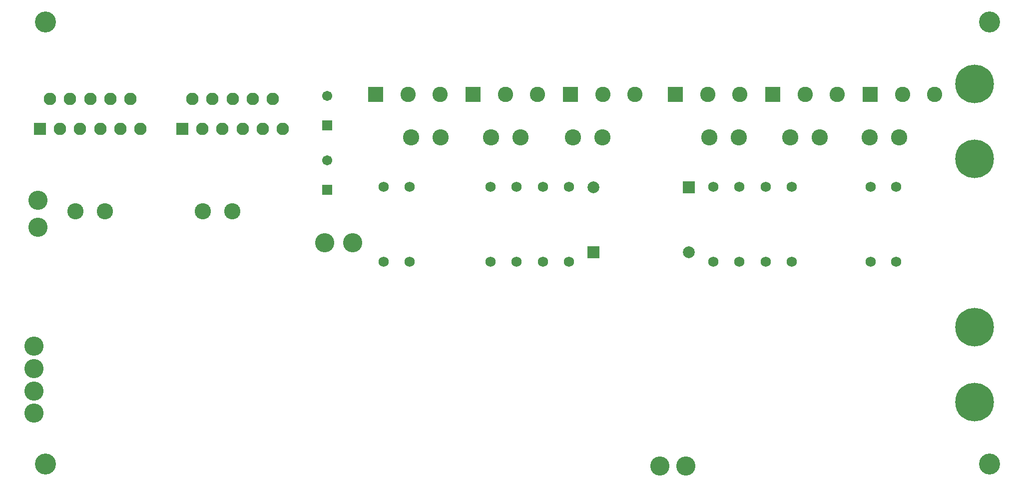
<source format=gbs>
G04 DipTrace 2.4.0.2*
%INSSPS.GBS*%
%MOIN*%
%ADD66C,0.14*%
%ADD83C,0.258*%
%ADD86C,0.1025*%
%ADD87R,0.1025X0.1025*%
%ADD89C,0.083*%
%ADD90R,0.083X0.083*%
%ADD91C,0.068*%
%ADD92C,0.108*%
%ADD93C,0.128*%
%ADD94C,0.0789*%
%ADD95R,0.0789X0.0789*%
%ADD100C,0.0671*%
%ADD101R,0.0671X0.0671*%
%FSLAX44Y44*%
G04*
G70*
G90*
G75*
G01*
%LNBotMask*%
%LPD*%
D101*
X20300Y24100D3*
D100*
Y26069D3*
D101*
Y19800D3*
D100*
Y21769D3*
D95*
X38075Y15625D3*
D94*
Y19975D3*
D95*
X44450D3*
D94*
Y15625D3*
D66*
X64500Y1500D3*
X1500D3*
X64500Y31000D3*
X1500D3*
D93*
X42500Y1375D3*
X1000Y17300D3*
Y19100D3*
X22000Y16250D3*
X20150D3*
X750Y4900D3*
X44250Y1375D3*
X750Y9375D3*
Y7875D3*
Y6375D3*
D92*
X13980Y18355D3*
X12016D3*
D91*
X34700Y15000D3*
Y20000D3*
X36450Y15000D3*
Y20000D3*
X25825D3*
Y15000D3*
X31200Y20000D3*
Y15000D3*
X24075D3*
Y20000D3*
X32950Y15000D3*
Y20000D3*
X47825Y15000D3*
Y20000D3*
D92*
X3520Y18355D3*
X5484D3*
D91*
X46075Y20000D3*
Y15000D3*
X56575D3*
Y20000D3*
X58281Y15000D3*
Y20000D3*
X51325D3*
Y15000D3*
X49575D3*
Y20000D3*
D92*
X27880Y23280D3*
X25916D3*
X33200D3*
X31236D3*
X38680D3*
X36716D3*
X51220D3*
X53184D3*
X56520D3*
X58484D3*
X45820D3*
X47784D3*
D90*
X1150Y23850D3*
D89*
X4500Y25850D3*
X3830Y23850D3*
X3160Y25850D3*
X2490Y23850D3*
X1820Y25850D3*
X5170Y23850D3*
X5840Y25850D3*
X6510Y23850D3*
X7180Y25850D3*
X7850Y23850D3*
D90*
X10650D3*
D89*
X14000Y25850D3*
X13330Y23850D3*
X12660Y25850D3*
X11990Y23850D3*
X11320Y25850D3*
X14670Y23850D3*
X15340Y25850D3*
X16010Y23850D3*
X16680Y25850D3*
X17350Y23850D3*
D87*
X36554Y26146D3*
D86*
X38700D3*
X40846D3*
D87*
X50054D3*
D86*
X52200D3*
X54346D3*
D83*
X63500Y5625D3*
D87*
X56554Y26146D3*
D86*
X58700D3*
X60846D3*
D87*
X43554D3*
D86*
X45700D3*
X47846D3*
D87*
X30054D3*
D86*
X32200D3*
X34346D3*
D87*
X23554D3*
D86*
X25700D3*
X27846D3*
D83*
X63500Y26875D3*
Y10625D3*
Y21875D3*
M02*

</source>
